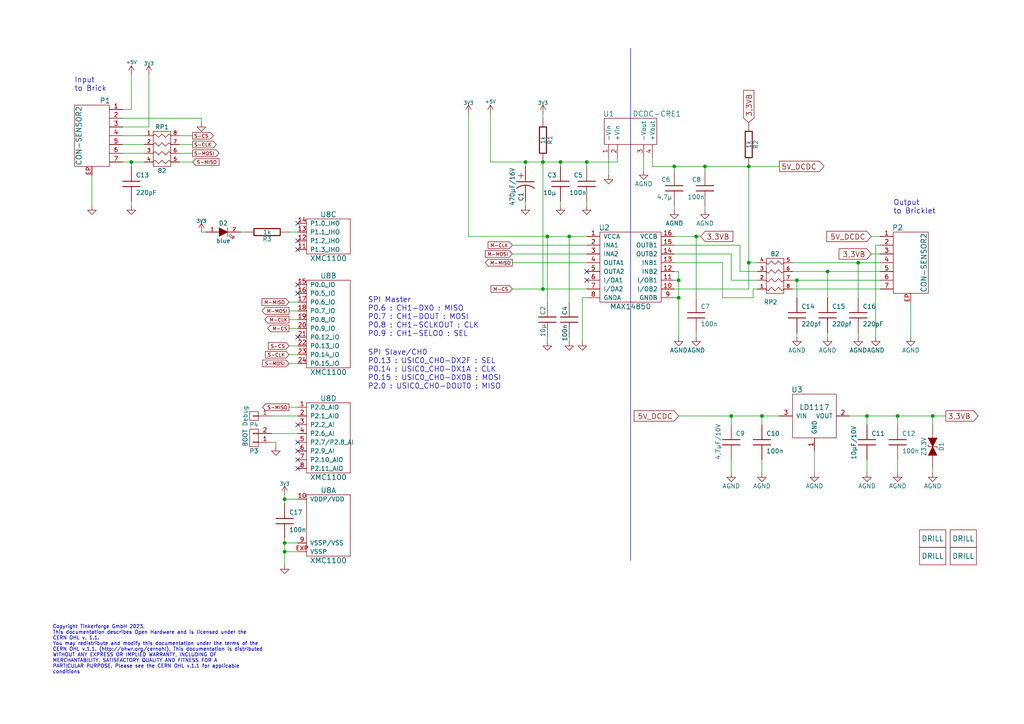
<source format=kicad_sch>
(kicad_sch (version 20230121) (generator eeschema)
  (paper "A4")
  (title_block (title "Bricklet Isolator") (date "2023-01-27") (rev "1.0") (company "Tinkerforge GmbH") (comment 1 "Licensed under CERN OHL v.1.1") (comment 2 "Copyright (©) 2023, T.Schneidermann <tim@tinkerforge.com>"))
  (lib_symbols
    (symbol "tinkerforge:+5V" (power) (pin_names (offset 0))
      (property "Value" "+5V" (at 0 3.556 0))
      (symbol "+5V_0_1"
        (polyline (pts (xy -0.762 1.27) (xy 0 2.54)))
        (polyline (pts (xy 0 0) (xy 0 2.54)))
        (polyline (pts (xy 0 2.54) (xy 0.762 1.27)))
      )
      (symbol "+5V_1_1"
        (pin power_in line (at 0 0 90) (length 0) hide (name "+5V") (number "1"))
      )
    )
    (symbol "tinkerforge:3V3" (power) (pin_names (offset 0))
      (property "Value" "3V3" (at 0 3.556 0))
      (symbol "3V3_0_1"
        (polyline (pts (xy -0.762 1.27) (xy 0 2.54)))
        (polyline (pts (xy 0 0) (xy 0 2.54)))
        (polyline (pts (xy 0 2.54) (xy 0.762 1.27)))
      )
      (symbol "3V3_1_1"
        (pin power_in line (at 0 0 90) (length 0) hide (name "3V3") (number "1"))
      )
    )
    (symbol "tinkerforge:AGND" (power) (pin_names (offset 0))
      (property "Value" "AGND" (at 0 -5.08 0))
      (symbol "AGND_0_1"
        (polyline (pts (xy 0 0) (xy 0 -1.27) (xy 1.27 -1.27) (xy 0 -2.54) (xy -1.27 -1.27) (xy 0 -1.27)))
      )
      (symbol "AGND_1_1"
        (pin power_in line (at 0 0 270) (length 0) hide (name "AGND") (number "1"))
      )
    )
    (symbol "tinkerforge:C" (pin_numbers hide) (pin_names (offset 0.254))
      (property "Reference" "C" (at 1.27 2.54 0))
      (property "Value" "C" (at 1.27 -2.54 0))
      (symbol "C_0_1"
        (polyline (pts (xy -2.54 -0.762) (xy 2.54 -0.762)) (stroke (width 0.254)))
        (polyline (pts (xy -2.54 0.762) (xy 2.54 0.762)) (stroke (width 0.254)))
      )
      (symbol "C_1_1"
        (pin passive line (at 0 5.08 270) (length 4.318) (name "~") (number "1"))
        (pin passive line (at 0 -5.08 90) (length 4.318) (name "~") (number "2"))
      )
    )
    (symbol "tinkerforge:CON-SENSOR2" (pin_names (offset 1.016))
      (property "Reference" "P" (at -3.81 10.16 0))
      (property "Value" "CON-SENSOR2" (at 3.81 0 90))
      (symbol "CON-SENSOR2_0_1"
        (rectangle (start -5.08 8.89) (end 5.08 -8.89))
      )
      (symbol "CON-SENSOR2_1_1"
        (pin passive line (at -8.89 7.62 0) (length 3.81) (name "~") (number "1"))
        (pin passive line (at -8.89 5.08 0) (length 3.81) (name "~") (number "2"))
        (pin passive line (at -8.89 2.54 0) (length 3.81) (name "~") (number "3"))
        (pin passive line (at -8.89 0 0) (length 3.81) (name "~") (number "4"))
        (pin passive line (at -8.89 -2.54 0) (length 3.81) (name "~") (number "5"))
        (pin passive line (at -8.89 -5.08 0) (length 3.81) (name "~") (number "6"))
        (pin passive line (at -8.89 -7.62 0) (length 3.81) (name "~") (number "7"))
        (pin passive line (at 0 -11.43 90) (length 2.54) (name "~") (number "EP"))
      )
    )
    (symbol "tinkerforge:CONN_01X01" (pin_names (offset 1.016) hide)
      (property "Reference" "P" (at 0 2.54 0))
      (property "Value" "CONN_01X01" (at 2.54 0 90))
      (symbol "CONN_01X01_0_1"
        (rectangle (start -1.27 0.127) (end 0.254 -0.127))
        (rectangle (start -1.27 1.27) (end 1.27 -1.27))
      )
      (symbol "CONN_01X01_1_1"
        (pin passive line (at -5.08 0 0) (length 3.81) (name "P1") (number "1"))
      )
    )
    (symbol "tinkerforge:CONN_01X02" (pin_names (offset 1.016) hide)
      (property "Reference" "P" (at 0 3.81 0))
      (property "Value" "CONN_01X02" (at 2.54 0 90))
      (symbol "CONN_01X02_0_1"
        (rectangle (start -1.27 -1.143) (end 0.254 -1.397))
        (rectangle (start -1.27 1.397) (end 0.254 1.143))
        (rectangle (start -1.27 2.54) (end 1.27 -2.54))
      )
      (symbol "CONN_01X02_1_1"
        (pin passive line (at -5.08 1.27 0) (length 3.81) (name "P1") (number "1"))
        (pin passive line (at -5.08 -1.27 0) (length 3.81) (name "P2") (number "2"))
      )
    )
    (symbol "tinkerforge:CP1" (pin_numbers hide) (pin_names (offset 0.254) hide)
      (property "Reference" "C" (at 1.27 2.54 0))
      (property "Value" "CP1" (at 1.27 -2.54 0))
      (symbol "CP1_0_0"
        (text "+" (at -1.27 2.54 0) (effects (font (size 2.032 2.032))))
      )
      (symbol "CP1_0_1"
        (polyline (pts (xy 0 1.27) (xy 0 0.762) (xy 0 0.762)))
        (polyline (pts (xy 2.54 0.635) (xy -2.54 0.635) (xy -2.54 0.635)) (stroke (width 0.254)))
        (arc (start 2.54 -1.27) (mid 0 -0.379) (end -2.54 -1.27) (stroke (width 0.254)))
      )
      (symbol "CP1_1_1"
        (pin passive line (at 0 5.08 270) (length 3.81) (name "~") (number "1"))
        (pin passive line (at 0 -5.08 90) (length 4.572) (name "~") (number "2"))
      )
    )
    (symbol "tinkerforge:DCDC-CRE1" (pin_names (offset 1.016))
      (property "Reference" "U" (at -6.35 5.08 0))
      (property "Value" "DCDC-CRE1" (at 7.62 5.08 0))
      (symbol "DCDC-CRE1_0_1"
        (rectangle (start -7.62 3.81) (end 7.62 -3.81))
      )
      (symbol "DCDC-CRE1_1_1"
        (pin passive line (at -6.35 -7.62 90) (length 3.81) (name "-Vin") (number "1"))
        (pin passive line (at -3.81 -7.62 90) (length 3.81) (name "+Vin") (number "2"))
        (pin passive line (at 3.81 -7.62 90) (length 3.81) (name "-Vout") (number "3"))
        (pin passive line (at 6.35 -7.62 90) (length 3.81) (name "+Vout") (number "4"))
      )
    )
    (symbol "tinkerforge:DRILL" (pin_numbers hide) (pin_names (offset 0) hide)
      (property "Value" "DRILL" (at 0 0 0))
      (symbol "DRILL_0_1"
        (rectangle (start -3.81 2.54) (end 3.81 -2.54))
      )
    )
    (symbol "tinkerforge:GND" (power) (pin_names (offset 0))
      (property "Value" "GND" (at 0 -5.08 0))
      (symbol "GND_0_1"
        (polyline (pts (xy 0 0) (xy 0 -1.27) (xy 1.27 -1.27) (xy 0 -2.54) (xy -1.27 -1.27) (xy 0 -1.27)))
      )
      (symbol "GND_1_1"
        (pin power_in line (at 0 0 270) (length 0) hide (name "GND") (number "1"))
      )
    )
    (symbol "tinkerforge:LD1117" (pin_names (offset 1.016))
      (property "Reference" "U" (at -5.08 12.7 0))
      (property "Value" "LD1117" (at 0 7.62 0))
      (symbol "LD1117_0_1"
        (rectangle (start -6.35 11.43) (end 6.35 -1.27))
      )
      (symbol "LD1117_1_1"
        (pin passive line (at 0 -5.08 90) (length 3.81) (name "GND") (number "1"))
        (pin output line (at 10.16 5.08 180) (length 3.81) (name "VOUT") (number "2"))
        (pin input line (at -10.16 5.08 0) (length 3.81) (name "VIN") (number "3"))
      )
    )
    (symbol "tinkerforge:LED" (pin_names (offset 1.016) hide)
      (property "Reference" "D" (at 0 2.54 0))
      (property "Value" "LED" (at 0 -2.54 0))
      (symbol "LED_0_1"
        (polyline (pts (xy 1.27 1.27) (xy 1.27 -1.27)))
        (polyline (pts (xy -1.27 1.27) (xy 1.27 0) (xy -1.27 -1.27)) (fill (type outline)))
        (polyline (pts (xy 1.651 -1.016) (xy 2.794 -2.032) (xy 2.667 -1.397)))
        (polyline (pts (xy 2.032 -0.635) (xy 3.175 -1.651) (xy 3.048 -1.016)))
      )
      (symbol "LED_1_1"
        (pin passive line (at -5.08 0 0) (length 3.81) (name "A") (number "1"))
        (pin passive line (at 5.08 0 180) (length 3.81) (name "K") (number "2"))
      )
    )
    (symbol "tinkerforge:MAX14850" (pin_names (offset 1.016))
      (property "Reference" "U" (at -7.62 11.43 0))
      (property "Value" "MAX14850" (at 0 -11.43 0))
      (symbol "MAX14850_0_1"
        (rectangle (start -8.89 10.16) (end 8.89 -10.16))
      )
      (symbol "MAX14850_1_1"
        (pin passive line (at -12.7 8.89 0) (length 3.81) (name "VCCA") (number "1"))
        (pin passive line (at 12.7 -6.35 180) (length 3.81) (name "I/OB2") (number "10"))
        (pin passive line (at 12.7 -3.81 180) (length 3.81) (name "I/OB1") (number "11"))
        (pin passive line (at 12.7 -1.27 180) (length 3.81) (name "INB2") (number "12"))
        (pin passive line (at 12.7 1.27 180) (length 3.81) (name "INB1") (number "13"))
        (pin passive line (at 12.7 3.81 180) (length 3.81) (name "OUTB2") (number "14"))
        (pin passive line (at 12.7 6.35 180) (length 3.81) (name "OUTB1") (number "15"))
        (pin passive line (at 12.7 8.89 180) (length 3.81) (name "VCCB") (number "16"))
        (pin passive line (at -12.7 6.35 0) (length 3.81) (name "INA1") (number "2"))
        (pin passive line (at -12.7 3.81 0) (length 3.81) (name "INA2") (number "3"))
        (pin passive line (at -12.7 1.27 0) (length 3.81) (name "OUTA1") (number "4"))
        (pin passive line (at -12.7 -1.27 0) (length 3.81) (name "OUTA2") (number "5"))
        (pin passive line (at -12.7 -3.81 0) (length 3.81) (name "I/OA1") (number "6"))
        (pin passive line (at -12.7 -6.35 0) (length 3.81) (name "I/OA2") (number "7"))
        (pin passive line (at -12.7 -8.89 0) (length 3.81) (name "GNDA") (number "8"))
        (pin passive line (at 12.7 -8.89 180) (length 3.81) (name "GNDB") (number "9"))
      )
    )
    (symbol "tinkerforge:R" (pin_numbers hide) (pin_names (offset 0))
      (property "Reference" "R" (at 2.032 0 90))
      (property "Value" "R" (at 0 0 90))
      (symbol "R_0_1"
        (rectangle (start -1.016 3.81) (end 1.016 -3.81) (stroke (width 0.3048)))
      )
      (symbol "R_1_1"
        (pin passive line (at 0 6.35 270) (length 2.54) (name "~") (number "1"))
        (pin passive line (at 0 -6.35 90) (length 2.54) (name "~") (number "2"))
      )
    )
    (symbol "tinkerforge:R_PACK4" (pin_names hide)
      (property "Reference" "RP" (at 0 11.43 0))
      (property "Value" "R_PACK4" (at 0 -1.27 0))
      (symbol "R_PACK4_0_1"
        (polyline (pts (xy -2.54 10.16) (xy -2.54 0) (xy 2.54 0) (xy 2.54 10.16) (xy -2.54 10.16)))
        (polyline (pts (xy -2.54 1.27) (xy -2.032 1.778) (xy -1.016 0.762) (xy 0 1.778) (xy 1.016 0.762) (xy 2.032 1.778) (xy 2.54 1.27)))
        (polyline (pts (xy -2.54 3.81) (xy -2.032 4.318) (xy -1.016 3.302) (xy 0 4.318) (xy 1.016 3.302) (xy 2.032 4.318) (xy 2.54 3.81)))
        (polyline (pts (xy -2.54 6.35) (xy -2.032 6.858) (xy -1.016 5.842) (xy 0 6.858) (xy 1.016 5.842) (xy 2.032 6.858) (xy 2.54 6.35)))
        (polyline (pts (xy -2.54 8.89) (xy -2.032 9.398) (xy -1.016 8.382) (xy 0 9.398) (xy 1.016 8.382) (xy 2.032 9.398) (xy 2.54 8.89)))
      )
      (symbol "R_PACK4_1_1"
        (pin passive line (at -5.08 8.89 0) (length 2.54) (name "P1") (number "1"))
        (pin passive line (at -5.08 6.35 0) (length 2.54) (name "P2") (number "2"))
        (pin passive line (at -5.08 3.81 0) (length 2.54) (name "P3") (number "3"))
        (pin passive line (at -5.08 1.27 0) (length 2.54) (name "P4") (number "4"))
        (pin passive line (at 5.08 1.27 180) (length 2.54) (name "R4") (number "5"))
        (pin passive line (at 5.08 3.81 180) (length 2.54) (name "R3") (number "6"))
        (pin passive line (at 5.08 6.35 180) (length 2.54) (name "R2") (number "7"))
        (pin passive line (at 5.08 8.89 180) (length 2.54) (name "R1") (number "8"))
      )
    )
    (symbol "tinkerforge:TVS" (pin_numbers hide) (pin_names (offset 1.016) hide)
      (property "Reference" "D" (at -1.27 2.54 0))
      (property "Value" "TVS" (at 0 -2.54 0))
      (symbol "TVS_0_1"
        (polyline (pts (xy 0 -1.27) (xy -0.508 -1.27)))
        (polyline (pts (xy 0 1.27) (xy 0 -1.27)) (stroke (width 0.1524)))
        (polyline (pts (xy 0 1.27) (xy 0.508 1.27)))
        (polyline (pts (xy -2.54 1.27) (xy 0 0) (xy -2.54 -1.27)) (fill (type outline)))
        (polyline (pts (xy -2.54 1.27) (xy 0 0) (xy -2.54 -1.27)) (fill (type outline)))
        (polyline (pts (xy 0 0) (xy 2.54 1.27) (xy 2.54 -1.27) (xy 0 0)) (fill (type outline)))
      )
      (symbol "TVS_1_1"
        (pin passive line (at -6.35 0 0) (length 3.81) (name "A") (number "1"))
        (pin passive line (at 6.35 0 180) (length 3.81) (name "K") (number "2"))
      )
    )
    (symbol "tinkerforge:XMC1XXX24" (pin_names (offset 1.016))
      (property "Reference" "U" (at -3.81 15.24 0))
      (property "Value" "XMC1XXX24" (at 0 -16.51 0))
      (symbol "XMC1XXX24_1_1"
        (rectangle (start -6.35 8.89) (end 6.35 -8.89))
        (pin passive line (at -8.89 7.62 0) (length 2.54) (name "VDDP/VDD") (number "10"))
        (pin passive line (at -8.89 -5.08 0) (length 2.54) (name "VSSP/VSS") (number "9"))
        (pin passive line (at -8.89 -7.62 0) (length 2.54) (name "VSSP") (number "EXP"))
      )
      (symbol "XMC1XXX24_2_1"
        (rectangle (start -6.35 12.7) (end 6.35 -12.7))
        (pin passive line (at -8.89 11.43 0) (length 2.54) (name "P0.0_IO") (number "15"))
        (pin passive line (at -8.89 8.89 0) (length 2.54) (name "P0.5_IO") (number "16"))
        (pin passive line (at -8.89 6.35 0) (length 2.54) (name "P0.6_IO") (number "17"))
        (pin passive line (at -8.89 3.81 0) (length 2.54) (name "P0.7_IO") (number "18"))
        (pin passive line (at -8.89 1.27 0) (length 2.54) (name "P0.8_IO") (number "19"))
        (pin passive line (at -8.89 -1.27 0) (length 2.54) (name "P0.9_IO") (number "20"))
        (pin passive line (at -8.89 -3.81 0) (length 2.54) (name "P0.12_IO") (number "21"))
        (pin passive line (at -8.89 -6.35 0) (length 2.54) (name "P0.13_IO") (number "22"))
        (pin passive line (at -8.89 -8.89 0) (length 2.54) (name "P0.14_IO") (number "23"))
        (pin passive line (at -8.89 -11.43 0) (length 2.54) (name "P0.15_IO") (number "24"))
      )
      (symbol "XMC1XXX24_3_1"
        (rectangle (start -6.35 5.08) (end 6.35 -5.08))
        (pin passive line (at -8.89 -3.81 0) (length 2.54) (name "P1.3_IHO") (number "11"))
        (pin passive line (at -8.89 -1.27 0) (length 2.54) (name "P1.2_IHO") (number "12"))
        (pin passive line (at -8.89 1.27 0) (length 2.54) (name "P1.1_IHO") (number "13"))
        (pin passive line (at -8.89 3.81 0) (length 2.54) (name "P1.0_IHO") (number "14"))
      )
      (symbol "XMC1XXX24_4_1"
        (rectangle (start -6.35 10.16) (end 6.35 -10.16))
        (pin passive line (at -8.89 8.89 0) (length 2.54) (name "P2.0_AIO") (number "1"))
        (pin passive line (at -8.89 6.35 0) (length 2.54) (name "P2.1_AIO") (number "2"))
        (pin passive line (at -8.89 3.81 0) (length 2.54) (name "P2.2_AI") (number "3"))
        (pin passive line (at -8.89 1.27 0) (length 2.54) (name "P2.6_AI") (number "4"))
        (pin passive line (at -8.89 -1.27 0) (length 2.54) (name "P2.7/P2.8_AI") (number "5"))
        (pin passive line (at -8.89 -3.81 0) (length 2.54) (name "P2.9_AI") (number "6"))
        (pin passive line (at -8.89 -6.35 0) (length 2.54) (name "P2.10_AIO") (number "7"))
        (pin passive line (at -8.89 -8.89 0) (length 2.54) (name "P2.11_AIO") (number "8"))
      )
    )
  )
  (junction (at 201.93 68.58))
  (junction (at 38.1 46.99))
  (junction (at 217.17 76.2))
  (junction (at 217.17 48.26))
  (junction (at 204.47 48.26))
  (junction (at 220.98 120.65))
  (junction (at 157.48 83.82))
  (junction (at 251.46 120.65))
  (junction (at 157.48 46.99))
  (junction (at 231.14 81.28))
  (junction (at 158.75 68.58))
  (junction (at 82.55 157.48))
  (junction (at 82.55 144.78))
  (junction (at 82.55 160.02))
  (junction (at 196.85 81.28))
  (junction (at 170.18 46.99))
  (junction (at 270.51 120.65))
  (junction (at 195.58 48.26))
  (junction (at 152.4 46.99))
  (junction (at 162.56 46.99))
  (junction (at 212.09 120.65))
  (junction (at 196.85 86.36))
  (junction (at 165.1 68.58))
  (junction (at 248.92 76.2))
  (junction (at 240.03 78.74))
  (junction (at 260.35 120.65))
  (no_connect (at 86.36 135.89))
  (no_connect (at 86.36 128.27))
  (no_connect (at 86.36 69.85))
  (no_connect (at 170.18 81.28))
  (no_connect (at 170.18 78.74))
  (no_connect (at 86.36 85.09))
  (no_connect (at 86.36 130.81))
  (no_connect (at 86.36 72.39))
  (no_connect (at 86.36 64.77))
  (no_connect (at 86.36 82.55))
  (no_connect (at 86.36 133.35))
  (no_connect (at 86.36 123.19))
  (no_connect (at 86.36 97.79))
  (wire (pts (xy 195.58 86.36) (xy 196.85 86.36)))
  (wire (pts (xy 83.82 87.63) (xy 86.36 87.63)))
  (wire (pts (xy 86.36 95.25) (xy 83.82 95.25)))
  (wire (pts (xy 58.42 34.29) (xy 58.42 35.56)))
  (wire (pts (xy 78.74 128.27) (xy 80.01 128.27)))
  (wire (pts (xy 195.58 81.28) (xy 196.85 81.28)))
  (wire (pts (xy 38.1 59.69) (xy 38.1 58.42)))
  (wire (pts (xy 231.14 96.52) (xy 231.14 97.79)))
  (wire (pts (xy 260.35 120.65) (xy 270.51 120.65)))
  (wire (pts (xy 229.87 76.2) (xy 248.92 76.2)))
  (wire (pts (xy 218.44 83.82) (xy 219.71 83.82)))
  (wire (pts (xy 212.09 73.66) (xy 212.09 81.28)))
  (wire (pts (xy 251.46 123.19) (xy 251.46 120.65)))
  (wire (pts (xy 55.88 41.91) (xy 52.07 41.91)))
  (wire (pts (xy 86.36 118.11) (xy 83.82 118.11)))
  (wire (pts (xy 255.27 71.12) (xy 254 71.12)))
  (wire (pts (xy 170.18 86.36) (xy 168.91 86.36)))
  (wire (pts (xy 218.44 83.82) (xy 218.44 86.36)))
  (polyline (pts (xy 182.88 13.97) (xy 182.88 162.56)))
  (wire (pts (xy 86.36 102.87) (xy 83.82 102.87)))
  (wire (pts (xy 148.59 76.2) (xy 170.18 76.2)))
  (wire (pts (xy 251.46 137.16) (xy 251.46 133.35)))
  (wire (pts (xy 240.03 86.36) (xy 240.03 78.74)))
  (wire (pts (xy 35.56 46.99) (xy 38.1 46.99)))
  (wire (pts (xy 195.58 76.2) (xy 209.55 76.2)))
  (wire (pts (xy 204.47 48.26) (xy 217.17 48.26)))
  (wire (pts (xy 157.48 46.99) (xy 162.56 46.99)))
  (wire (pts (xy 179.07 46.99) (xy 179.07 45.72)))
  (wire (pts (xy 135.89 68.58) (xy 158.75 68.58)))
  (wire (pts (xy 38.1 31.75) (xy 38.1 21.59)))
  (wire (pts (xy 35.56 34.29) (xy 58.42 34.29)))
  (wire (pts (xy 148.59 73.66) (xy 170.18 73.66)))
  (wire (pts (xy 270.51 123.19) (xy 270.51 120.65)))
  (wire (pts (xy 209.55 76.2) (xy 209.55 86.36)))
  (wire (pts (xy 152.4 48.26) (xy 152.4 46.99)))
  (wire (pts (xy 43.18 36.83) (xy 35.56 36.83)))
  (wire (pts (xy 82.55 160.02) (xy 86.36 160.02)))
  (wire (pts (xy 82.55 157.48) (xy 82.55 160.02)))
  (wire (pts (xy 270.51 120.65) (xy 274.32 120.65)))
  (wire (pts (xy 196.85 78.74) (xy 196.85 81.28)))
  (wire (pts (xy 162.56 46.99) (xy 170.18 46.99)))
  (wire (pts (xy 83.82 100.33) (xy 86.36 100.33)))
  (wire (pts (xy 196.85 81.28) (xy 196.85 86.36)))
  (wire (pts (xy 195.58 49.53) (xy 195.58 48.26)))
  (wire (pts (xy 152.4 46.99) (xy 157.48 46.99)))
  (wire (pts (xy 82.55 160.02) (xy 82.55 163.83)))
  (wire (pts (xy 142.24 46.99) (xy 142.24 33.02)))
  (wire (pts (xy 217.17 48.26) (xy 226.06 48.26)))
  (wire (pts (xy 135.89 68.58) (xy 135.89 33.02)))
  (wire (pts (xy 35.56 39.37) (xy 41.91 39.37)))
  (wire (pts (xy 255.27 78.74) (xy 240.03 78.74)))
  (wire (pts (xy 212.09 133.35) (xy 212.09 137.16)))
  (wire (pts (xy 270.51 137.16) (xy 270.51 135.89)))
  (wire (pts (xy 220.98 137.16) (xy 220.98 133.35)))
  (wire (pts (xy 260.35 123.19) (xy 260.35 120.65)))
  (wire (pts (xy 142.24 46.99) (xy 152.4 46.99)))
  (wire (pts (xy 148.59 71.12) (xy 170.18 71.12)))
  (wire (pts (xy 71.12 67.31) (xy 69.85 67.31)))
  (wire (pts (xy 226.06 120.65) (xy 220.98 120.65)))
  (wire (pts (xy 189.23 45.72) (xy 189.23 48.26)))
  (wire (pts (xy 43.18 21.59) (xy 43.18 36.83)))
  (wire (pts (xy 260.35 133.35) (xy 260.35 137.16)))
  (wire (pts (xy 248.92 86.36) (xy 248.92 76.2)))
  (wire (pts (xy 165.1 68.58) (xy 165.1 87.63)))
  (wire (pts (xy 165.1 97.79) (xy 165.1 99.06)))
  (wire (pts (xy 212.09 120.65) (xy 196.85 120.65)))
  (wire (pts (xy 214.63 78.74) (xy 219.71 78.74)))
  (wire (pts (xy 158.75 99.06) (xy 158.75 97.79)))
  (wire (pts (xy 148.59 83.82) (xy 157.48 83.82)))
  (wire (pts (xy 165.1 68.58) (xy 170.18 68.58)))
  (wire (pts (xy 189.23 48.26) (xy 195.58 48.26)))
  (wire (pts (xy 162.56 58.42) (xy 162.56 59.69)))
  (wire (pts (xy 152.4 58.42) (xy 152.4 59.69)))
  (wire (pts (xy 82.55 156.21) (xy 82.55 157.48)))
  (wire (pts (xy 195.58 73.66) (xy 212.09 73.66)))
  (wire (pts (xy 252.73 73.66) (xy 255.27 73.66)))
  (wire (pts (xy 82.55 157.48) (xy 86.36 157.48)))
  (wire (pts (xy 26.67 50.8) (xy 26.67 59.69)))
  (wire (pts (xy 201.93 96.52) (xy 201.93 97.79)))
  (wire (pts (xy 59.69 67.31) (xy 58.42 67.31)))
  (wire (pts (xy 248.92 96.52) (xy 248.92 97.79)))
  (wire (pts (xy 80.01 128.27) (xy 80.01 129.54)))
  (wire (pts (xy 212.09 123.19) (xy 212.09 120.65)))
  (wire (pts (xy 170.18 48.26) (xy 170.18 46.99)))
  (wire (pts (xy 254 71.12) (xy 254 97.79)))
  (wire (pts (xy 251.46 120.65) (xy 260.35 120.65)))
  (wire (pts (xy 195.58 71.12) (xy 214.63 71.12)))
  (wire (pts (xy 86.36 144.78) (xy 82.55 144.78)))
  (wire (pts (xy 204.47 60.96) (xy 204.47 59.69)))
  (wire (pts (xy 204.47 49.53) (xy 204.47 48.26)))
  (wire (pts (xy 170.18 58.42) (xy 170.18 59.69)))
  (wire (pts (xy 217.17 76.2) (xy 219.71 76.2)))
  (wire (pts (xy 35.56 31.75) (xy 38.1 31.75)))
  (wire (pts (xy 217.17 76.2) (xy 217.17 83.82)))
  (wire (pts (xy 252.73 68.58) (xy 255.27 68.58)))
  (wire (pts (xy 220.98 120.65) (xy 212.09 120.65)))
  (wire (pts (xy 201.93 68.58) (xy 201.93 86.36)))
  (wire (pts (xy 231.14 86.36) (xy 231.14 81.28)))
  (wire (pts (xy 195.58 48.26) (xy 204.47 48.26)))
  (wire (pts (xy 86.36 125.73) (xy 78.74 125.73)))
  (wire (pts (xy 83.82 105.41) (xy 86.36 105.41)))
  (wire (pts (xy 86.36 90.17) (xy 83.82 90.17)))
  (wire (pts (xy 186.69 45.72) (xy 186.69 49.53)))
  (wire (pts (xy 195.58 60.96) (xy 195.58 59.69)))
  (wire (pts (xy 196.85 86.36) (xy 196.85 97.79)))
  (wire (pts (xy 248.92 76.2) (xy 255.27 76.2)))
  (wire (pts (xy 240.03 78.74) (xy 229.87 78.74)))
  (wire (pts (xy 220.98 123.19) (xy 220.98 120.65)))
  (wire (pts (xy 35.56 44.45) (xy 41.91 44.45)))
  (wire (pts (xy 52.07 44.45) (xy 55.88 44.45)))
  (wire (pts (xy 157.48 34.29) (xy 157.48 33.02)))
  (wire (pts (xy 78.74 120.65) (xy 86.36 120.65)))
  (wire (pts (xy 38.1 46.99) (xy 38.1 48.26)))
  (wire (pts (xy 168.91 86.36) (xy 168.91 99.06)))
  (wire (pts (xy 195.58 68.58) (xy 201.93 68.58)))
  (wire (pts (xy 38.1 46.99) (xy 41.91 46.99)))
  (wire (pts (xy 176.53 45.72) (xy 176.53 50.8)))
  (wire (pts (xy 195.58 78.74) (xy 196.85 78.74)))
  (wire (pts (xy 157.48 83.82) (xy 170.18 83.82)))
  (wire (pts (xy 217.17 48.26) (xy 217.17 76.2)))
  (wire (pts (xy 236.22 130.81) (xy 236.22 137.16)))
  (wire (pts (xy 201.93 68.58) (xy 203.2 68.58)))
  (wire (pts (xy 212.09 81.28) (xy 219.71 81.28)))
  (wire (pts (xy 246.38 120.65) (xy 251.46 120.65)))
  (wire (pts (xy 83.82 92.71) (xy 86.36 92.71)))
  (wire (pts (xy 157.48 46.99) (xy 157.48 83.82)))
  (wire (pts (xy 170.18 46.99) (xy 179.07 46.99)))
  (wire (pts (xy 240.03 96.52) (xy 240.03 97.79)))
  (wire (pts (xy 229.87 81.28) (xy 231.14 81.28)))
  (wire (pts (xy 83.82 67.31) (xy 86.36 67.31)))
  (wire (pts (xy 41.91 41.91) (xy 35.56 41.91)))
  (wire (pts (xy 158.75 68.58) (xy 165.1 68.58)))
  (wire (pts (xy 264.16 97.79) (xy 264.16 87.63)))
  (wire (pts (xy 82.55 143.51) (xy 82.55 144.78)))
  (wire (pts (xy 218.44 86.36) (xy 209.55 86.36)))
  (wire (pts (xy 231.14 81.28) (xy 255.27 81.28)))
  (wire (pts (xy 52.07 39.37) (xy 55.88 39.37)))
  (wire (pts (xy 162.56 48.26) (xy 162.56 46.99)))
  (wire (pts (xy 217.17 83.82) (xy 195.58 83.82)))
  (wire (pts (xy 158.75 87.63) (xy 158.75 68.58)))
  (wire (pts (xy 55.88 46.99) (xy 52.07 46.99)))
  (wire (pts (xy 82.55 144.78) (xy 82.55 146.05)))
  (wire (pts (xy 214.63 71.12) (xy 214.63 78.74)))
  (wire (pts (xy 255.27 83.82) (xy 229.87 83.82)))
  (text "Output\nto Bricklet" (at 259.08 62.23 0) (effects (font (size 1.524 1.524)) (justify left bottom)))
  (text "SPI Slave/CH0\nP0.13 : USIC0_CH0-DX2F : SEL\nP0.14 : USIC0_CH0-DX1A : CLK\nP0.15 : USIC0_CH0-DX0B : MOSI\nP2.0 : USIC0_CH0-DOUT0 : MISO" (at 106.68 113.03 0) (effects (font (size 1.524 1.524)) (justify left bottom)))
  (text "Input\nto Brick" (at 21.59 26.67 0) (effects (font (size 1.524 1.524)) (justify left bottom)))
  (text "Copyright Tinkerforge GmbH 2023.\nThis documentation describes Open Hardware and is licensed under the\nCERN OHL v. 1.1.\nYou may redistribute and modify this documentation under the terms of the\nCERN OHL v.1.1. (http://ohwr.org/cernohl). This documentation is distributed\nWITHOUT ANY EXPRESS OR IMPLIED WARRANTY, INCLUDING OF\nMERCHANTABILITY, SATISFACTORY QUALITY AND FITNESS FOR A\nPARTICULAR PURPOSE. Please see the CERN OHL v.1.1 for applicable\nconditions\n" (at 15.24 195.58 0) (effects (font (size 1.016 1.016)) (justify left bottom)))
  (text "SPI Master\nP0.6 : CH1-DX0 : MISO\nP0.7 : CH1-DOUT : MOSI\nP0.8 : CH1-SCLKOUT : CLK\nP0.9 : CH1-SELO0 : SEL" (at 106.68 97.79 0) (effects (font (size 1.524 1.524)) (justify left bottom)))
  (global_label "M-CS" (shape input) (at 148.59 83.82 180) (effects (font (size 0.9906 0.9906))) (property "Intersheetrefs" "${INTERSHEET_REFS}" (effects hide)))
  (global_label "5V_DCDC" (shape input) (at 252.73 68.58 180) (effects (font (size 1.524 1.524))) (property "Intersheetrefs" "${INTERSHEET_REFS}" (effects hide)))
  (global_label "S-MOSI" (shape output) (at 55.88 44.45 0) (effects (font (size 0.9906 0.9906))) (property "Intersheetrefs" "${INTERSHEET_REFS}" (effects hide)))
  (global_label "M-CS" (shape output) (at 83.82 95.25 180) (effects (font (size 0.9906 0.9906))) (property "Intersheetrefs" "${INTERSHEET_REFS}" (effects hide)))
  (global_label "S-MOSI" (shape input) (at 83.82 105.41 180) (effects (font (size 0.9906 0.9906))) (property "Intersheetrefs" "${INTERSHEET_REFS}" (effects hide)))
  (global_label "M-CLK" (shape output) (at 83.82 92.71 180) (effects (font (size 0.9906 0.9906))) (property "Intersheetrefs" "${INTERSHEET_REFS}" (effects hide)))
  (global_label "S-MISO" (shape output) (at 83.82 118.11 180) (effects (font (size 0.9906 0.9906))) (property "Intersheetrefs" "${INTERSHEET_REFS}" (effects hide)))
  (global_label "S-CS" (shape input) (at 83.82 100.33 180) (effects (font (size 0.9906 0.9906))) (property "Intersheetrefs" "${INTERSHEET_REFS}" (effects hide)))
  (global_label "M-CLK" (shape input) (at 148.59 71.12 180) (effects (font (size 0.9906 0.9906))) (property "Intersheetrefs" "${INTERSHEET_REFS}" (effects hide)))
  (global_label "3,3VB" (shape input) (at 217.17 35.56 90) (effects (font (size 1.524 1.524))) (property "Intersheetrefs" "${INTERSHEET_REFS}" (effects hide)))
  (global_label "S-CLK" (shape input) (at 83.82 102.87 180) (effects (font (size 0.9906 0.9906))) (property "Intersheetrefs" "${INTERSHEET_REFS}" (effects hide)))
  (global_label "M-MOSI" (shape input) (at 148.59 73.66 180) (effects (font (size 0.9906 0.9906))) (property "Intersheetrefs" "${INTERSHEET_REFS}" (effects hide)))
  (global_label "3,3VB" (shape input) (at 252.73 73.66 180) (effects (font (size 1.524 1.524))) (property "Intersheetrefs" "${INTERSHEET_REFS}" (effects hide)))
  (global_label "5V_DCDC" (shape output) (at 226.06 48.26 0) (effects (font (size 1.524 1.524))) (property "Intersheetrefs" "${INTERSHEET_REFS}" (effects hide)))
  (global_label "S-CLK" (shape output) (at 55.88 41.91 0) (effects (font (size 0.9906 0.9906))) (property "Intersheetrefs" "${INTERSHEET_REFS}" (effects hide)))
  (global_label "S-MISO" (shape input) (at 55.88 46.99 0) (effects (font (size 0.9906 0.9906))) (property "Intersheetrefs" "${INTERSHEET_REFS}" (effects hide)))
  (global_label "M-MOSI" (shape output) (at 83.82 90.17 180) (effects (font (size 0.9906 0.9906))) (property "Intersheetrefs" "${INTERSHEET_REFS}" (effects hide)))
  (global_label "M-MISO" (shape input) (at 83.82 87.63 180) (effects (font (size 0.9906 0.9906))) (property "Intersheetrefs" "${INTERSHEET_REFS}" (effects hide)))
  (global_label "3,3VB" (shape input) (at 203.2 68.58 0) (effects (font (size 1.524 1.524))) (property "Intersheetrefs" "${INTERSHEET_REFS}" (effects hide)))
  (global_label "3,3VB" (shape output) (at 274.32 120.65 0) (effects (font (size 1.524 1.524))) (property "Intersheetrefs" "${INTERSHEET_REFS}" (effects hide)))
  (global_label "M-MISO" (shape output) (at 148.59 76.2 180) (effects (font (size 0.9906 0.9906))) (property "Intersheetrefs" "${INTERSHEET_REFS}" (effects hide)))
  (global_label "S-CS" (shape output) (at 55.88 39.37 0) (effects (font (size 0.9906 0.9906))) (property "Intersheetrefs" "${INTERSHEET_REFS}" (effects hide)))
  (global_label "5V_DCDC" (shape input) (at 196.85 120.65 180) (effects (font (size 1.524 1.524))) (property "Intersheetrefs" "${INTERSHEET_REFS}" (effects hide)))
  (symbol (lib_id "tinkerforge:MAX14850") (at 182.88 77.47 0) (unit 1)
    (property "Reference" "U2" (at 175.26 66.04 0) (effects (font (size 1.524 1.524))))
    (property "Value" "MAX14850" (at 182.88 88.9 0) (effects (font (size 1.524 1.524))))
    (property "Footprint" "kicad-libraries:SOIC16" (effects hide))
  )
  (symbol (lib_id "tinkerforge:CON-SENSOR2") (at 26.67 39.37 0) (mirror y) (unit 1)
    (property "Reference" "P1" (at 30.48 29.21 0) (effects (font (size 1.524 1.524))))
    (property "Value" "CON-SENSOR2" (at 22.86 39.37 90) (effects (font (size 1.524 1.524))))
    (property "Footprint" "kicad-libraries:CON-SENSOR2" (effects hide))
  )
  (symbol (lib_id "tinkerforge:CON-SENSOR2") (at 264.16 76.2 0) (unit 1)
    (property "Reference" "P2" (at 260.35 66.04 0) (effects (font (size 1.524 1.524))))
    (property "Value" "CON-SENSOR2" (at 267.97 76.2 90) (effects (font (size 1.524 1.524))))
    (property "Footprint" "kicad-libraries:CON-SENSOR2" (effects hide))
  )
  (symbol (lib_id "tinkerforge:LD1117") (at 236.22 125.73 0) (unit 1)
    (property "Reference" "U3" (at 231.14 113.03 0) (effects (font (size 1.524 1.524))))
    (property "Value" "LD1117" (at 236.22 118.11 0) (effects (font (size 1.524 1.524))))
    (property "Footprint" "kicad-libraries:SOT-223" (effects hide))
  )
  (symbol (lib_id "tinkerforge:C") (at 212.09 128.27 0) (unit 1)
    (property "Reference" "C9" (at 213.36 125.73 0) (effects (justify left)))
    (property "Value" "4,7µF/10V" (at 208.28 133.35 90) (effects (justify left)))
    (property "Footprint" "kicad-libraries:C0805" (effects hide))
  )
  (symbol (lib_id "tinkerforge:C") (at 220.98 128.27 0) (unit 1)
    (property "Reference" "C10" (at 222.25 125.73 0) (effects (justify left)))
    (property "Value" "100n" (at 222.25 130.81 0) (effects (justify left)))
    (property "Footprint" "kicad-libraries:C0603F" (effects hide))
  )
  (symbol (lib_id "tinkerforge:C") (at 251.46 128.27 0) (unit 1)
    (property "Reference" "C11" (at 252.73 125.73 0) (effects (justify left)))
    (property "Value" "10µF/10V" (at 247.65 133.35 90) (effects (justify left)))
    (property "Footprint" "kicad-libraries:C0805" (effects hide))
  )
  (symbol (lib_id "tinkerforge:C") (at 260.35 128.27 0) (unit 1)
    (property "Reference" "C12" (at 261.62 125.73 0) (effects (justify left)))
    (property "Value" "100n" (at 261.62 130.81 0) (effects (justify left)))
    (property "Footprint" "kicad-libraries:C0603F" (effects hide))
  )
  (symbol (lib_id "tinkerforge:DCDC-CRE1") (at 182.88 38.1 0) (unit 1)
    (property "Reference" "U1" (at 176.53 33.02 0) (effects (font (size 1.524 1.524))))
    (property "Value" "DCDC-CRE1" (at 190.5 33.02 0) (effects (font (size 1.524 1.524))))
    (property "Footprint" "kicad-libraries:SIP4" (effects hide))
  )
  (symbol (lib_id "tinkerforge:GND") (at 176.53 50.8 0) (unit 1)
    (property "Reference" "#PWR01" (effects hide))
    (property "Value" "GND" (effects hide))
  )
  (symbol (lib_id "tinkerforge:GND") (at 168.91 99.06 0) (unit 1)
    (property "Reference" "#PWR06" (effects hide))
    (property "Value" "GND" (effects hide))
  )
  (symbol (lib_id "tinkerforge:R") (at 157.48 40.64 0) (unit 1)
    (property "Reference" "R1" (at 159.512 40.64 90))
    (property "Value" "1k" (at 157.48 40.64 90))
    (property "Footprint" "kicad-libraries:R0603F" (effects hide))
  )
  (symbol (lib_id "tinkerforge:3V3") (at 157.48 33.02 0) (unit 1)
    (property "Reference" "#PWR07" (effects hide))
    (property "Value" "3V3" (at 157.48 29.845 0) (effects (font (size 1.016 1.016))))
  )
  (symbol (lib_id "tinkerforge:R") (at 217.17 41.91 0) (unit 1)
    (property "Reference" "R2" (at 219.202 41.91 90))
    (property "Value" "1k" (at 217.17 41.91 90))
    (property "Footprint" "kicad-libraries:R0603F" (effects hide))
  )
  (symbol (lib_id "tinkerforge:GND") (at 58.42 35.56 0) (unit 1)
    (property "Reference" "#PWR08" (effects hide))
    (property "Value" "GND" (effects hide))
  )
  (symbol (lib_id "tinkerforge:C") (at 201.93 91.44 0) (unit 1)
    (property "Reference" "C7" (at 203.2 88.9 0) (effects (justify left)))
    (property "Value" "100n" (at 203.2 93.98 0) (effects (justify left)))
    (property "Footprint" "kicad-libraries:C0603F" (effects hide))
  )
  (symbol (lib_id "tinkerforge:C") (at 165.1 92.71 0) (unit 1)
    (property "Reference" "C4" (at 163.83 91.44 90) (effects (justify left)))
    (property "Value" "100n" (at 163.83 99.06 90) (effects (justify left)))
    (property "Footprint" "kicad-libraries:C0603F" (effects hide))
  )
  (symbol (lib_id "tinkerforge:GND") (at 165.1 99.06 0) (unit 1)
    (property "Reference" "#PWR014" (effects hide))
    (property "Value" "GND" (effects hide))
  )
  (symbol (lib_id "tinkerforge:AGND") (at 201.93 97.79 0) (unit 1)
    (property "Reference" "#PWR015" (effects hide))
    (property "Value" "AGND" (at 201.93 101.6 0))
  )
  (symbol (lib_id "tinkerforge:CP1") (at 152.4 53.34 0) (unit 1)
    (property "Reference" "C1" (at 151.13 58.42 90) (effects (justify left)))
    (property "Value" "470µF/16V" (at 148.59 59.69 90) (effects (justify left)))
    (property "Footprint" "kicad-libraries:ELKO_83" (effects hide))
  )
  (symbol (lib_id "tinkerforge:C") (at 170.18 53.34 0) (unit 1)
    (property "Reference" "C5" (at 166.37 50.8 0) (effects (justify left)))
    (property "Value" "100n" (at 165.1 55.88 0) (effects (justify left)))
    (property "Footprint" "kicad-libraries:C0603F" (effects hide))
  )
  (symbol (lib_id "tinkerforge:C") (at 162.56 53.34 0) (unit 1)
    (property "Reference" "C3" (at 158.75 50.8 0) (effects (justify left)))
    (property "Value" "10µ" (at 157.48 55.88 0) (effects (justify left)))
    (property "Footprint" "kicad-libraries:C0805" (effects hide))
  )
  (symbol (lib_id "tinkerforge:GND") (at 152.4 59.69 0) (unit 1)
    (property "Reference" "#PWR016" (effects hide))
    (property "Value" "GND" (effects hide))
  )
  (symbol (lib_id "tinkerforge:GND") (at 162.56 59.69 0) (unit 1)
    (property "Reference" "#PWR017" (effects hide))
    (property "Value" "GND" (effects hide))
  )
  (symbol (lib_id "tinkerforge:GND") (at 170.18 59.69 0) (unit 1)
    (property "Reference" "#PWR018" (effects hide))
    (property "Value" "GND" (effects hide))
  )
  (symbol (lib_id "tinkerforge:C") (at 195.58 54.61 0) (unit 1)
    (property "Reference" "C6" (at 191.77 52.07 0) (effects (justify left)))
    (property "Value" "4,7µ" (at 190.5 57.15 0) (effects (justify left)))
    (property "Footprint" "kicad-libraries:C0805" (effects hide))
  )
  (symbol (lib_id "tinkerforge:C") (at 204.47 54.61 0) (unit 1)
    (property "Reference" "C8" (at 200.66 52.07 0) (effects (justify left)))
    (property "Value" "100n" (at 199.39 57.15 0) (effects (justify left)))
    (property "Footprint" "kicad-libraries:C0603F" (effects hide))
  )
  (symbol (lib_id "tinkerforge:C") (at 158.75 92.71 0) (unit 1)
    (property "Reference" "C2" (at 157.48 91.44 90) (effects (justify left)))
    (property "Value" "10µ" (at 157.48 97.79 90) (effects (justify left)))
    (property "Footprint" "kicad-libraries:C0805" (effects hide))
  )
  (symbol (lib_id "tinkerforge:GND") (at 158.75 99.06 0) (unit 1)
    (property "Reference" "#PWR021" (effects hide))
    (property "Value" "GND" (effects hide))
  )
  (symbol (lib_id "tinkerforge:TVS") (at 270.51 129.54 270) (unit 1)
    (property "Reference" "D1" (at 273.05 129.54 0))
    (property "Value" "Z3.3V" (at 267.97 129.54 0))
    (property "Footprint" "kicad-libraries:SOD-323" (effects hide))
  )
  (symbol (lib_id "tinkerforge:DRILL") (at 279.4 161.29 0) (unit 1)
    (property "Reference" "U7" (effects hide))
    (property "Value" "DRILL" (at 279.4 161.29 0) (effects (font (size 1.524 1.524))))
    (property "Footprint" "kicad-libraries:DRILL_NP" (effects hide))
  )
  (symbol (lib_id "tinkerforge:DRILL") (at 270.51 161.29 0) (unit 1)
    (property "Reference" "U5" (effects hide))
    (property "Value" "DRILL" (at 270.51 161.29 0) (effects (font (size 1.524 1.524))))
    (property "Footprint" "kicad-libraries:DRILL_NP" (effects hide))
  )
  (symbol (lib_id "tinkerforge:DRILL") (at 270.51 156.21 0) (unit 1)
    (property "Reference" "U4" (effects hide))
    (property "Value" "DRILL" (at 270.51 156.21 0) (effects (font (size 1.524 1.524))))
    (property "Footprint" "kicad-libraries:DRILL_NP" (effects hide))
  )
  (symbol (lib_id "tinkerforge:DRILL") (at 279.4 156.21 0) (unit 1)
    (property "Reference" "U6" (effects hide))
    (property "Value" "DRILL" (at 279.4 156.21 0) (effects (font (size 1.524 1.524))))
    (property "Footprint" "kicad-libraries:DRILL_NP" (effects hide))
  )
  (symbol (lib_id "tinkerforge:3V3") (at 135.89 33.02 0) (unit 1)
    (property "Reference" "#PWR023" (effects hide))
    (property "Value" "3V3" (at 135.89 29.845 0) (effects (font (size 1.016 1.016))))
  )
  (symbol (lib_id "tinkerforge:R_PACK4") (at 46.99 48.26 0) (unit 1)
    (property "Reference" "RP1" (at 46.99 36.83 0))
    (property "Value" "82" (at 46.99 49.53 0))
    (property "Footprint" "kicad-libraries:4X0402" (effects hide))
  )
  (symbol (lib_id "tinkerforge:C") (at 38.1 53.34 0) (unit 1)
    (property "Reference" "C13" (at 39.37 50.8 0) (effects (justify left)))
    (property "Value" "220pF" (at 39.37 55.88 0) (effects (justify left)))
    (property "Footprint" "kicad-libraries:C0402F" (effects hide))
  )
  (symbol (lib_id "tinkerforge:R_PACK4") (at 224.79 74.93 0) (mirror x) (unit 1)
    (property "Reference" "RP2" (at 223.52 87.63 0))
    (property "Value" "82" (at 224.79 73.66 0))
    (property "Footprint" "kicad-libraries:4X0402" (effects hide))
  )
  (symbol (lib_id "tinkerforge:C") (at 231.14 91.44 0) (unit 1)
    (property "Reference" "C14" (at 232.41 88.9 0) (effects (justify left)))
    (property "Value" "220pf" (at 232.41 93.98 0) (effects (justify left)))
    (property "Footprint" "kicad-libraries:C0402F" (effects hide))
  )
  (symbol (lib_id "tinkerforge:C") (at 240.03 91.44 0) (unit 1)
    (property "Reference" "C15" (at 241.3 88.9 0) (effects (justify left)))
    (property "Value" "220pf" (at 241.3 93.98 0) (effects (justify left)))
    (property "Footprint" "kicad-libraries:C0402F" (effects hide))
  )
  (symbol (lib_id "tinkerforge:C") (at 248.92 91.44 0) (unit 1)
    (property "Reference" "C16" (at 250.19 88.9 0) (effects (justify left)))
    (property "Value" "220pF" (at 250.19 93.98 0) (effects (justify left)))
    (property "Footprint" "kicad-libraries:C0402F" (effects hide))
  )
  (symbol (lib_id "tinkerforge:XMC1XXX24") (at 95.25 127 0) (unit 4)
    (property "Reference" "U8" (at 95.25 115.57 0) (effects (font (size 1.524 1.524))))
    (property "Value" "XMC1100" (at 95.25 138.43 0) (effects (font (size 1.524 1.524))))
    (property "Footprint" "kicad-libraries:QFN24-4x4mm-0.5mm" (effects hide))
  )
  (symbol (lib_id "tinkerforge:XMC1XXX24") (at 95.25 93.98 0) (unit 2)
    (property "Reference" "U8" (at 95.25 80.01 0) (effects (font (size 1.524 1.524))))
    (property "Value" "XMC1100" (at 95.25 107.95 0) (effects (font (size 1.524 1.524))))
    (property "Footprint" "kicad-libraries:QFN24-4x4mm-0.5mm" (effects hide))
  )
  (symbol (lib_id "tinkerforge:XMC1XXX24") (at 95.25 68.58 0) (unit 3)
    (property "Reference" "U8" (at 95.25 62.23 0) (effects (font (size 1.524 1.524))))
    (property "Value" "XMC1100" (at 95.25 74.93 0) (effects (font (size 1.524 1.524))))
    (property "Footprint" "kicad-libraries:QFN24-4x4mm-0.5mm" (effects hide))
  )
  (symbol (lib_id "tinkerforge:XMC1XXX24") (at 95.25 152.4 0) (unit 1)
    (property "Reference" "U8" (at 95.25 142.24 0) (effects (font (size 1.524 1.524))))
    (property "Value" "XMC1100" (at 95.25 162.56 0) (effects (font (size 1.524 1.524))))
    (property "Footprint" "kicad-libraries:QFN24-4x4mm-0.5mm" (effects hide))
  )
  (symbol (lib_id "tinkerforge:C") (at 82.55 151.13 0) (unit 1)
    (property "Reference" "C17" (at 83.82 148.59 0) (effects (justify left)))
    (property "Value" "100n" (at 83.82 153.67 0) (effects (justify left)))
    (property "Footprint" "kicad-libraries:C0603F" (effects hide))
  )
  (symbol (lib_id "tinkerforge:3V3") (at 82.55 143.51 0) (unit 1)
    (property "Reference" "#PWR027" (effects hide))
    (property "Value" "3V3" (at 82.55 140.335 0) (effects (font (size 1.016 1.016))))
  )
  (symbol (lib_id "tinkerforge:GND") (at 82.55 163.83 0) (unit 1)
    (property "Reference" "#PWR028" (effects hide))
    (property "Value" "GND" (effects hide))
  )
  (symbol (lib_id "tinkerforge:CONN_01X02") (at 73.66 127 180) (unit 1)
    (property "Reference" "P3" (at 73.66 130.81 0))
    (property "Value" "BOOT" (at 71.12 127 90))
    (property "Footprint" "kicad-libraries:SolderJumper" (effects hide))
  )
  (symbol (lib_id "tinkerforge:GND") (at 80.01 129.54 0) (unit 1)
    (property "Reference" "#PWR029" (effects hide))
    (property "Value" "GND" (effects hide))
  )
  (symbol (lib_id "tinkerforge:R") (at 77.47 67.31 270) (unit 1)
    (property "Reference" "R3" (at 77.47 69.342 90))
    (property "Value" "1k" (at 77.47 67.31 90))
    (property "Footprint" "kicad-libraries:R0603F" (effects hide))
  )
  (symbol (lib_id "tinkerforge:LED") (at 64.77 67.31 0) (unit 1)
    (property "Reference" "D2" (at 64.77 64.77 0))
    (property "Value" "blue" (at 64.77 69.85 0))
    (property "Footprint" "kicad-libraries:D0603E" (effects hide))
  )
  (symbol (lib_id "tinkerforge:3V3") (at 58.42 67.31 0) (unit 1)
    (property "Reference" "#PWR030" (effects hide))
    (property "Value" "3V3" (at 58.42 64.135 0) (effects (font (size 1.016 1.016))))
  )
  (symbol (lib_id "tinkerforge:CONN_01X01") (at 73.66 120.65 180) (unit 1)
    (property "Reference" "P4" (at 73.66 123.19 0))
    (property "Value" "Debug" (at 71.12 120.65 90))
    (property "Footprint" "kicad-libraries:DEBUG_PAD" (effects hide))
  )
  (symbol (lib_id "tinkerforge:+5V") (at 142.24 33.02 0) (unit 1)
    (property "Reference" "#PWR031" (effects hide))
    (property "Value" "+5V" (at 142.24 29.464 0) (effects (font (size 1.016 1.016))))
  )
  (symbol (lib_id "tinkerforge:+5V") (at 38.1 21.59 0) (unit 1)
    (property "Reference" "#PWR032" (effects hide))
    (property "Value" "+5V" (at 38.1 18.034 0) (effects (font (size 1.016 1.016))))
  )
  (symbol (lib_id "tinkerforge:3V3") (at 43.18 21.59 0) (unit 1)
    (property "Reference" "#PWR033" (effects hide))
    (property "Value" "3V3" (at 43.18 18.415 0) (effects (font (size 1.016 1.016))))
  )
  (symbol (lib_id "tinkerforge:GND") (at 26.67 59.69 0) (unit 1)
    (property "Reference" "#PWR034" (effects hide))
    (property "Value" "GND" (effects hide))
  )
  (symbol (lib_id "tinkerforge:GND") (at 38.1 59.69 0) (unit 1)
    (property "Reference" "#PWR035" (effects hide))
    (property "Value" "GND" (effects hide))
  )
  (symbol (lib_id "tinkerforge:AGND") (at 196.85 97.79 0) (unit 1)
    (property "Reference" "#PWR?" (effects hide))
    (property "Value" "AGND" (at 196.85 101.6 0))
  )
  (symbol (lib_id "tinkerforge:AGND") (at 231.14 97.79 0) (unit 1)
    (property "Reference" "#PWR?" (effects hide))
    (property "Value" "AGND" (at 231.14 101.6 0))
  )
  (symbol (lib_id "tinkerforge:AGND") (at 240.03 97.79 0) (unit 1)
    (property "Reference" "#PWR?" (effects hide))
    (property "Value" "AGND" (at 240.03 101.6 0))
  )
  (symbol (lib_id "tinkerforge:AGND") (at 248.92 97.79 0) (unit 1)
    (property "Reference" "#PWR?" (effects hide))
    (property "Value" "AGND" (at 248.92 101.6 0))
  )
  (symbol (lib_id "tinkerforge:AGND") (at 254 97.79 0) (unit 1)
    (property "Reference" "#PWR?" (effects hide))
    (property "Value" "AGND" (at 254 101.6 0))
  )
  (symbol (lib_id "tinkerforge:AGND") (at 260.35 137.16 0) (unit 1)
    (property "Reference" "#PWR?" (effects hide))
    (property "Value" "AGND" (at 260.35 140.97 0))
  )
  (symbol (lib_id "tinkerforge:AGND") (at 270.51 137.16 0) (unit 1)
    (property "Reference" "#PWR?" (effects hide))
    (property "Value" "AGND" (at 270.51 140.97 0))
  )
  (symbol (lib_id "tinkerforge:AGND") (at 251.46 137.16 0) (unit 1)
    (property "Reference" "#PWR?" (effects hide))
    (property "Value" "AGND" (at 251.46 140.97 0))
  )
  (symbol (lib_id "tinkerforge:AGND") (at 236.22 137.16 0) (unit 1)
    (property "Reference" "#PWR?" (effects hide))
    (property "Value" "AGND" (at 236.22 140.97 0))
  )
  (symbol (lib_id "tinkerforge:AGND") (at 220.98 137.16 0) (unit 1)
    (property "Reference" "#PWR?" (effects hide))
    (property "Value" "AGND" (at 220.98 140.97 0))
  )
  (symbol (lib_id "tinkerforge:AGND") (at 212.09 137.16 0) (unit 1)
    (property "Reference" "#PWR?" (effects hide))
    (property "Value" "AGND" (at 212.09 140.97 0))
  )
  (symbol (lib_id "tinkerforge:AGND") (at 204.47 60.96 0) (unit 1)
    (property "Reference" "#PWR?" (effects hide))
    (property "Value" "AGND" (at 204.47 64.77 0))
  )
  (symbol (lib_id "tinkerforge:AGND") (at 195.58 60.96 0) (unit 1)
    (property "Reference" "#PWR?" (effects hide))
    (property "Value" "AGND" (at 195.58 64.77 0))
  )
  (symbol (lib_id "tinkerforge:AGND") (at 186.69 49.53 0) (unit 1)
    (property "Reference" "#PWR?" (effects hide))
    (property "Value" "AGND" (at 186.69 53.34 0))
  )
  (symbol (lib_id "tinkerforge:AGND") (at 264.16 97.79 0) (unit 1)
    (property "Reference" "#PWR?" (effects hide))
    (property "Value" "AGND" (at 264.16 101.6 0))
  )
)
</source>
